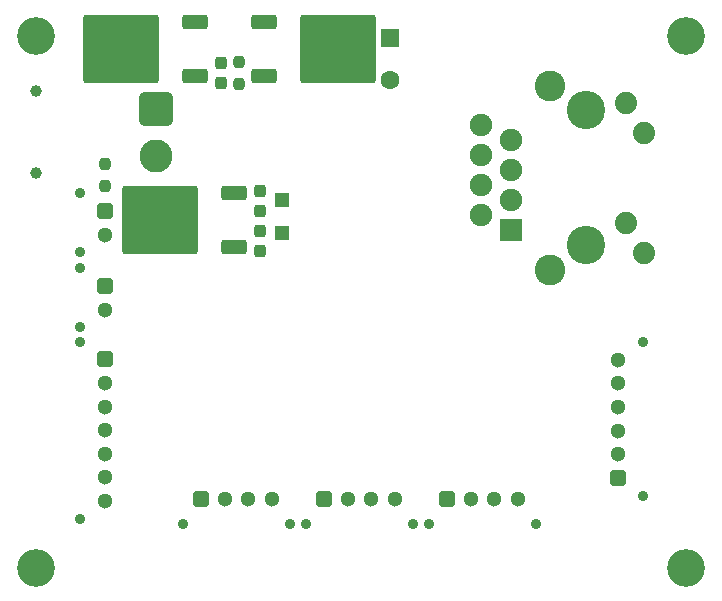
<source format=gbr>
%TF.GenerationSoftware,KiCad,Pcbnew,9.0.2*%
%TF.CreationDate,2025-10-15T23:03:26+09:00*%
%TF.ProjectId,Mother_v1_0_0,4d6f7468-6572-45f7-9631-5f305f302e6b,rev?*%
%TF.SameCoordinates,Original*%
%TF.FileFunction,Soldermask,Bot*%
%TF.FilePolarity,Negative*%
%FSLAX46Y46*%
G04 Gerber Fmt 4.6, Leading zero omitted, Abs format (unit mm)*
G04 Created by KiCad (PCBNEW 9.0.2) date 2025-10-15 23:03:26*
%MOMM*%
%LPD*%
G01*
G04 APERTURE LIST*
G04 Aperture macros list*
%AMRoundRect*
0 Rectangle with rounded corners*
0 $1 Rounding radius*
0 $2 $3 $4 $5 $6 $7 $8 $9 X,Y pos of 4 corners*
0 Add a 4 corners polygon primitive as box body*
4,1,4,$2,$3,$4,$5,$6,$7,$8,$9,$2,$3,0*
0 Add four circle primitives for the rounded corners*
1,1,$1+$1,$2,$3*
1,1,$1+$1,$4,$5*
1,1,$1+$1,$6,$7*
1,1,$1+$1,$8,$9*
0 Add four rect primitives between the rounded corners*
20,1,$1+$1,$2,$3,$4,$5,0*
20,1,$1+$1,$4,$5,$6,$7,0*
20,1,$1+$1,$6,$7,$8,$9,0*
20,1,$1+$1,$8,$9,$2,$3,0*%
G04 Aperture macros list end*
%ADD10C,0.100000*%
%ADD11C,0.900000*%
%ADD12RoundRect,0.195000X0.455000X-0.455000X0.455000X0.455000X-0.455000X0.455000X-0.455000X-0.455000X0*%
%ADD13C,1.300000*%
%ADD14C,3.200000*%
%ADD15RoundRect,0.195000X-0.455000X0.455000X-0.455000X-0.455000X0.455000X-0.455000X0.455000X0.455000X0*%
%ADD16C,3.250000*%
%ADD17C,1.890000*%
%ADD18R,1.900000X1.900000*%
%ADD19C,1.900000*%
%ADD20C,2.600000*%
%ADD21RoundRect,0.195000X0.455000X0.455000X-0.455000X0.455000X-0.455000X-0.455000X0.455000X-0.455000X0*%
%ADD22RoundRect,0.250000X-0.550000X0.550000X-0.550000X-0.550000X0.550000X-0.550000X0.550000X0.550000X0*%
%ADD23C,1.600000*%
%ADD24C,1.000000*%
%ADD25RoundRect,0.304348X1.095652X-1.095652X1.095652X1.095652X-1.095652X1.095652X-1.095652X-1.095652X0*%
%ADD26C,2.800000*%
%ADD27RoundRect,0.250000X0.850000X0.350000X-0.850000X0.350000X-0.850000X-0.350000X0.850000X-0.350000X0*%
%ADD28RoundRect,0.249997X2.950003X2.650003X-2.950003X2.650003X-2.950003X-2.650003X2.950003X-2.650003X0*%
%ADD29R,1.200000X1.200000*%
%ADD30RoundRect,0.237500X-0.237500X0.250000X-0.237500X-0.250000X0.237500X-0.250000X0.237500X0.250000X0*%
%ADD31RoundRect,0.237500X0.237500X-0.300000X0.237500X0.300000X-0.237500X0.300000X-0.237500X-0.300000X0*%
%ADD32RoundRect,0.250000X-0.850000X-0.350000X0.850000X-0.350000X0.850000X0.350000X-0.850000X0.350000X0*%
%ADD33RoundRect,0.249997X-2.950003X-2.650003X2.950003X-2.650003X2.950003X2.650003X-2.950003X2.650003X0*%
%ADD34RoundRect,0.237500X-0.237500X0.300000X-0.237500X-0.300000X0.237500X-0.300000X0.237500X0.300000X0*%
G04 APERTURE END LIST*
D10*
%TO.C,SW1*%
X146674000Y-126685000D03*
X148474000Y-126685000D03*
%TD*%
D11*
%TO.C,J10*%
X146236000Y-123355000D03*
X146236000Y-108355000D03*
D12*
X148336000Y-109855000D03*
D13*
X148336000Y-111855000D03*
X148336000Y-113855000D03*
X148336000Y-115855000D03*
X148336000Y-117855000D03*
X148336000Y-119855000D03*
X148336000Y-121855000D03*
%TD*%
D10*
%TO.C,SW2*%
X152538000Y-126680000D03*
X150738000Y-126680000D03*
%TD*%
D14*
%TO.C,H4*%
X142500000Y-127500000D03*
%TD*%
%TO.C,H1*%
X142500000Y-82500000D03*
%TD*%
D11*
%TO.C,J3*%
X193870000Y-108388000D03*
X193870000Y-121388000D03*
D15*
X191770000Y-119888000D03*
D13*
X191770000Y-117888000D03*
X191770000Y-115888000D03*
X191770000Y-113888000D03*
X191770000Y-111888000D03*
X191770000Y-109888000D03*
%TD*%
D16*
%TO.C,J2*%
X189073000Y-100203000D03*
X189073000Y-88773000D03*
D17*
X192453000Y-88163000D03*
X193973000Y-90703000D03*
X192453000Y-98273000D03*
X193973000Y-100813000D03*
D18*
X182733000Y-98933000D03*
D19*
X180193000Y-97663000D03*
X182733000Y-96393000D03*
X180193000Y-95123000D03*
X182733000Y-93853000D03*
X180193000Y-92583000D03*
X182733000Y-91313000D03*
X180193000Y-90043000D03*
D20*
X186023000Y-102263000D03*
X186023000Y-86713000D03*
%TD*%
D11*
%TO.C,J4*%
X146236000Y-107132000D03*
X146236000Y-102132000D03*
D12*
X148336000Y-103632000D03*
D13*
X148336000Y-105632000D03*
%TD*%
D11*
%TO.C,J6*%
X174378000Y-123766000D03*
X165378000Y-123766000D03*
D21*
X166878000Y-121666000D03*
D13*
X168878000Y-121666000D03*
X170878000Y-121666000D03*
X172878000Y-121666000D03*
%TD*%
D22*
%TO.C,C13*%
X172466000Y-82675349D03*
D23*
X172466000Y-86175349D03*
%TD*%
D11*
%TO.C,J5*%
X163964000Y-123766000D03*
X154964000Y-123766000D03*
D21*
X156464000Y-121666000D03*
D13*
X158464000Y-121666000D03*
X160464000Y-121666000D03*
X162464000Y-121666000D03*
%TD*%
D14*
%TO.C,H3*%
X197500000Y-82500000D03*
%TD*%
D11*
%TO.C,J7*%
X146236000Y-100782000D03*
X146236000Y-95782000D03*
D12*
X148336000Y-97282000D03*
D13*
X148336000Y-99282000D03*
%TD*%
D24*
%TO.C,J1*%
X142504000Y-94106000D03*
X142504000Y-87146000D03*
D25*
X152654000Y-88646000D03*
D26*
X152654000Y-92606000D03*
%TD*%
D14*
%TO.C,H2*%
X197500000Y-127500000D03*
%TD*%
D11*
%TO.C,J8*%
X184792000Y-123766000D03*
X175792000Y-123766000D03*
D21*
X177292000Y-121666000D03*
D13*
X179292000Y-121666000D03*
X181292000Y-121666000D03*
X183292000Y-121666000D03*
%TD*%
D27*
%TO.C,U2*%
X159258000Y-95770000D03*
D28*
X152958000Y-98050000D03*
D27*
X159258000Y-100330000D03*
%TD*%
D29*
%TO.C,D1*%
X163322000Y-96390000D03*
X163322000Y-99190000D03*
%TD*%
D30*
%TO.C,R14*%
X159639000Y-84685500D03*
X159639000Y-86510500D03*
%TD*%
D27*
%TO.C,Q1*%
X155956000Y-81280000D03*
D28*
X149656000Y-83560000D03*
D27*
X155956000Y-85840000D03*
%TD*%
D31*
%TO.C,C11*%
X161417000Y-97282000D03*
X161417000Y-95557000D03*
%TD*%
D30*
%TO.C,R15*%
X148336000Y-93321500D03*
X148336000Y-95146500D03*
%TD*%
D32*
%TO.C,Q4*%
X161789000Y-85840000D03*
D33*
X168089000Y-83560000D03*
D32*
X161789000Y-81280000D03*
%TD*%
D31*
%TO.C,C12*%
X158115000Y-86460500D03*
X158115000Y-84735500D03*
%TD*%
D34*
%TO.C,C10*%
X161417000Y-98959500D03*
X161417000Y-100684500D03*
%TD*%
M02*

</source>
